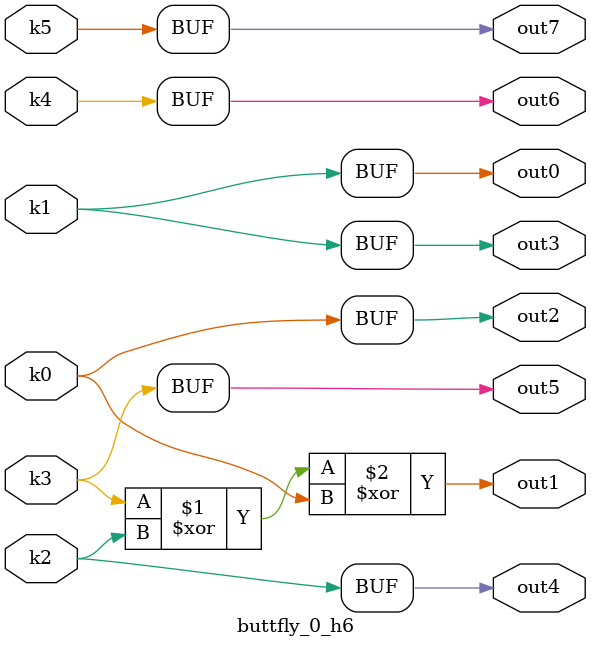
<source format=v>
module buttfly_0(pi00, pi01, pi02, pi03, pi04, pi05, pi06, pi07, pi08, pi09, po0, po1, po2, po3, po4, po5, po6, po7);
input pi00, pi01, pi02, pi03, pi04, pi05, pi06, pi07, pi08, pi09;
output po0, po1, po2, po3, po4, po5, po6, po7;
wire k0, k1, k2, k3, k4, k5;
buttfly_0_w6 DUT1 (pi00, pi01, pi02, pi03, pi04, pi05, pi06, pi07, pi08, pi09, k0, k1, k2, k3, k4, k5);
buttfly_0_h6 DUT2 (k0, k1, k2, k3, k4, k5, po0, po1, po2, po3, po4, po5, po6, po7);
endmodule

module buttfly_0_w6(in9, in8, in7, in6, in5, in4, in3, in2, in1, in0, k5, k4, k3, k2, k1, k0);
input in9, in8, in7, in6, in5, in4, in3, in2, in1, in0;
output k5, k4, k3, k2, k1, k0;
assign k0 =   ((~in8 ^ in5) & ((in1 & (~in9 | in6)) | (~in9 & in6))) | (((in9 & ~in6) | (in0 & (in9 | ~in6))) & (in8 ^ in5));
assign k1 =   (in1 & (in9 ^ in6)) | (in0 & (~in9 ^ in6));
assign k2 =   (((in9 & (in6 | in3)) | (in6 & in3)) & (~in7 | ~in4) & (in8 | in5)) | (in8 & in5 & (~in7 | ~in4)) | (~in7 & ~in4);
assign k3 =   ((in7 ^ in4) & (((in8 | in5) & ((in3 & (in9 | in6)) | (in9 & in6))) | (in8 & in5))) | ((~in8 | ~in5) & ((~in9 & ~in6) | (in2 & (~in9 | ~in6))) & (~in7 ^ in4)) | (~in8 & ~in5 & (~in7 ^ in4));
assign k4 =   ((in8 ^ in5) & ((in3 & (in9 | in6)) | (in9 & in6))) | (((~in9 & ~in6) | (in2 & (~in9 | ~in6))) & (~in8 ^ in5));
assign k5 =   (in3 & (in9 ^ in6)) | (in2 & (~in9 ^ in6));
endmodule

module buttfly_0_h6(k5, k4, k3, k2, k1, k0, out7, out6, out5, out4, out3, out2, out1, out0);
input k5, k4, k3, k2, k1, k0;
output out7, out6, out5, out4, out3, out2, out1, out0;
assign out0 = k1;
assign out1 = k3 ^ k2 ^ k0;
assign out2 = k0;
assign out3 = k1;
assign out4 = k2;
assign out5 = k3;
assign out6 = k4;
assign out7 = k5;
endmodule

</source>
